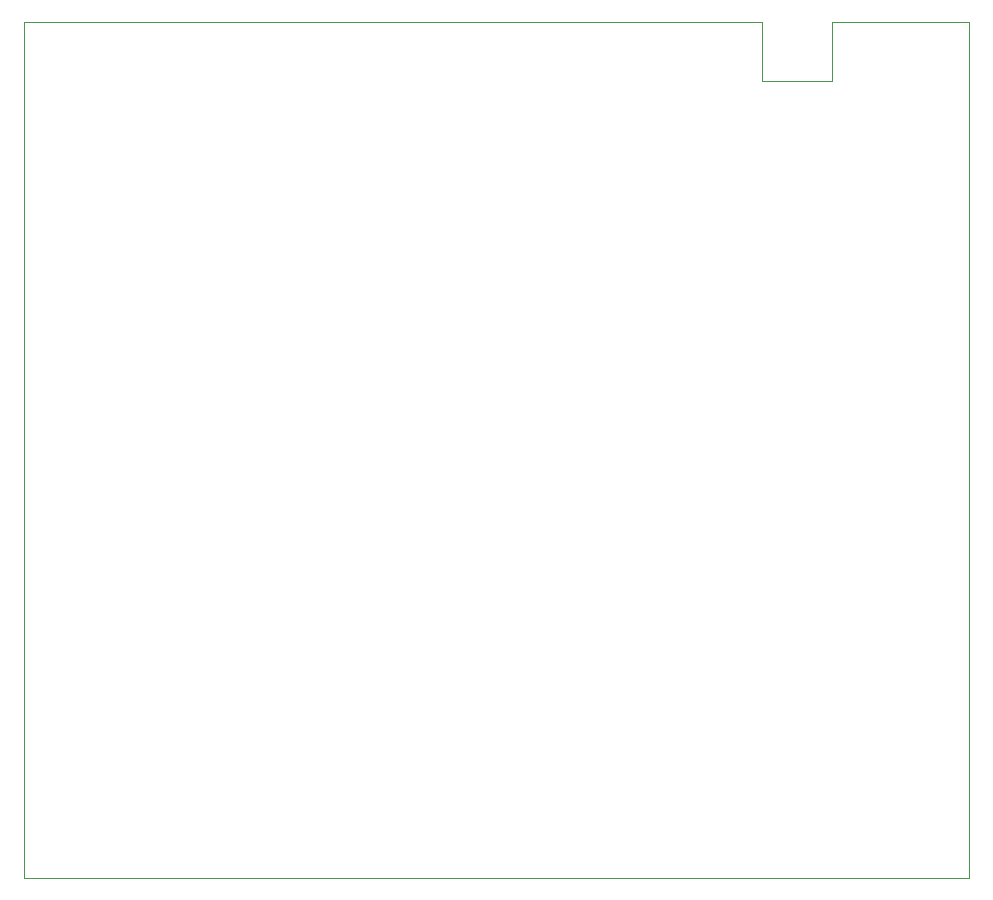
<source format=gbr>
G04 #@! TF.GenerationSoftware,KiCad,Pcbnew,5.1.5-1.fc31*
G04 #@! TF.CreationDate,2020-04-30T16:29:14+02:00*
G04 #@! TF.ProjectId,mcu,6d63752e-6b69-4636-9164-5f7063625858,rev?*
G04 #@! TF.SameCoordinates,Original*
G04 #@! TF.FileFunction,Profile,NP*
%FSLAX46Y46*%
G04 Gerber Fmt 4.6, Leading zero omitted, Abs format (unit mm)*
G04 Created by KiCad (PCBNEW 5.1.5-1.fc31) date 2020-04-30 16:29:14*
%MOMM*%
%LPD*%
G04 APERTURE LIST*
%ADD10C,0.050000*%
G04 APERTURE END LIST*
D10*
X-39500000Y77000000D02*
X22955000Y76976000D01*
X-39500000Y4500000D02*
X-39500000Y77000000D01*
X40500000Y4500000D02*
X-39500000Y4500000D01*
X40500000Y77000000D02*
X40500000Y4500000D01*
X28955000Y76976000D02*
X40500000Y77000000D01*
X22955000Y72023000D02*
X28955000Y72023000D01*
X28955000Y76976000D02*
X28955000Y72023000D01*
X22955000Y76976000D02*
X22955000Y72023000D01*
M02*

</source>
